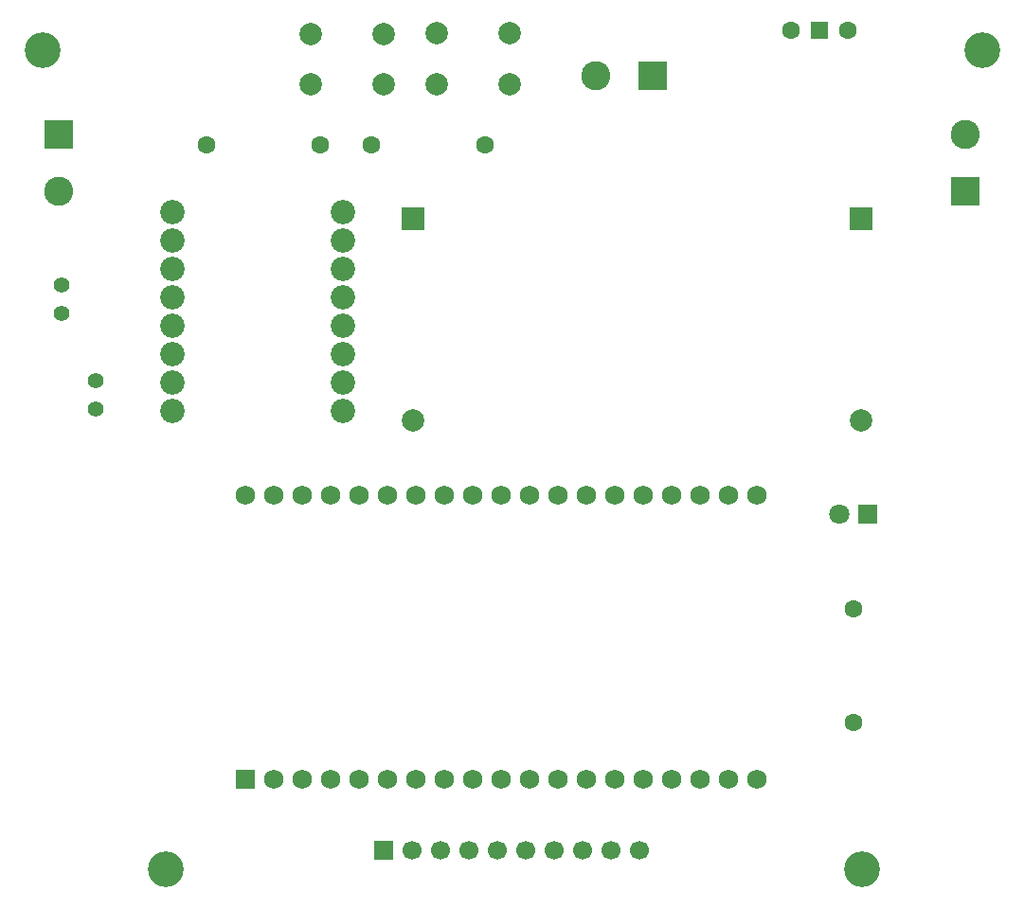
<source format=gbr>
%TF.GenerationSoftware,KiCad,Pcbnew,9.0.7*%
%TF.CreationDate,2026-02-14T18:41:00+05:30*%
%TF.ProjectId,Line_Follower,4c696e65-5f46-46f6-9c6c-6f7765722e6b,v1.0*%
%TF.SameCoordinates,Original*%
%TF.FileFunction,Soldermask,Bot*%
%TF.FilePolarity,Negative*%
%FSLAX46Y46*%
G04 Gerber Fmt 4.6, Leading zero omitted, Abs format (unit mm)*
G04 Created by KiCad (PCBNEW 9.0.7) date 2026-02-14 18:41:00*
%MOMM*%
%LPD*%
G01*
G04 APERTURE LIST*
G04 Aperture macros list*
%AMRoundRect*
0 Rectangle with rounded corners*
0 $1 Rounding radius*
0 $2 $3 $4 $5 $6 $7 $8 $9 X,Y pos of 4 corners*
0 Add a 4 corners polygon primitive as box body*
4,1,4,$2,$3,$4,$5,$6,$7,$8,$9,$2,$3,0*
0 Add four circle primitives for the rounded corners*
1,1,$1+$1,$2,$3*
1,1,$1+$1,$4,$5*
1,1,$1+$1,$6,$7*
1,1,$1+$1,$8,$9*
0 Add four rect primitives between the rounded corners*
20,1,$1+$1,$2,$3,$4,$5,0*
20,1,$1+$1,$4,$5,$6,$7,0*
20,1,$1+$1,$6,$7,$8,$9,0*
20,1,$1+$1,$8,$9,$2,$3,0*%
G04 Aperture macros list end*
%ADD10C,3.200000*%
%ADD11C,1.600000*%
%ADD12R,1.500000X1.500000*%
%ADD13RoundRect,0.102000X1.200000X-1.200000X1.200000X1.200000X-1.200000X1.200000X-1.200000X-1.200000X0*%
%ADD14C,2.604000*%
%ADD15R,1.800000X1.800000*%
%ADD16C,1.800000*%
%ADD17RoundRect,0.102000X-1.200000X1.200000X-1.200000X-1.200000X1.200000X-1.200000X1.200000X1.200000X0*%
%ADD18R,2.000000X2.000000*%
%ADD19C,2.000000*%
%ADD20RoundRect,0.102000X0.765000X-0.765000X0.765000X0.765000X-0.765000X0.765000X-0.765000X-0.765000X0*%
%ADD21C,1.734000*%
%ADD22C,1.414000*%
%ADD23R,1.700000X1.700000*%
%ADD24C,1.700000*%
%ADD25C,2.184000*%
%ADD26RoundRect,0.102000X1.200000X1.200000X-1.200000X1.200000X-1.200000X-1.200000X1.200000X-1.200000X0*%
G04 APERTURE END LIST*
D10*
%TO.C,H1*%
X104250000Y-35750000D03*
%TD*%
%TO.C,H2*%
X188250000Y-35750000D03*
%TD*%
%TO.C,H3*%
X115250000Y-109000000D03*
%TD*%
%TO.C,H4*%
X177500000Y-109000000D03*
%TD*%
D11*
%TO.C,R14*%
X118920000Y-44250000D03*
X129080000Y-44250000D03*
%TD*%
D12*
%TO.C,SW1*%
X173710000Y-34000000D03*
D11*
X171170000Y-34000000D03*
X176250000Y-34000000D03*
%TD*%
D13*
%TO.C,J10*%
X186762500Y-48330000D03*
D14*
X186762500Y-43250000D03*
%TD*%
D15*
%TO.C,D2*%
X178000000Y-77250000D03*
D16*
X175460000Y-77250000D03*
%TD*%
D17*
%TO.C,J9*%
X105750000Y-43250000D03*
D14*
X105750000Y-48330000D03*
%TD*%
D18*
%TO.C,U2*%
X137411600Y-50840200D03*
D19*
X137411600Y-68840200D03*
X177411600Y-68840200D03*
D18*
X177411600Y-50840200D03*
%TD*%
D20*
%TO.C,U1*%
X122400000Y-100900000D03*
D21*
X124940000Y-100900000D03*
X127480000Y-100900000D03*
X130020000Y-100900000D03*
X132560000Y-100900000D03*
X135100000Y-100900000D03*
X137640000Y-100900000D03*
X140180000Y-100900000D03*
X142720000Y-100900000D03*
X145260000Y-100900000D03*
X147800000Y-100900000D03*
X150340000Y-100900000D03*
X152880000Y-100900000D03*
X155420000Y-100900000D03*
X157960000Y-100900000D03*
X160500000Y-100900000D03*
X163040000Y-100900000D03*
X165580000Y-100900000D03*
X168120000Y-100900000D03*
X168120000Y-75500000D03*
X165580000Y-75500000D03*
X163040000Y-75500000D03*
X160500000Y-75500000D03*
X157960000Y-75500000D03*
X155420000Y-75500000D03*
X152880000Y-75500000D03*
X150340000Y-75500000D03*
X147800000Y-75500000D03*
X145260000Y-75500000D03*
X142720000Y-75500000D03*
X140180000Y-75500000D03*
X137640000Y-75500000D03*
X135100000Y-75500000D03*
X132560000Y-75500000D03*
X130020000Y-75500000D03*
X127480000Y-75500000D03*
X124940000Y-75500000D03*
X122400000Y-75500000D03*
%TD*%
D11*
%TO.C,R13*%
X133670000Y-44250000D03*
X143830000Y-44250000D03*
%TD*%
D22*
%TO.C,C8*%
X109000000Y-67790000D03*
X109000000Y-65250000D03*
%TD*%
D23*
%TO.C,J11*%
X134760000Y-107250000D03*
D24*
X137300000Y-107250000D03*
X139840000Y-107250000D03*
X142380000Y-107250000D03*
X144920000Y-107250000D03*
X147460000Y-107250000D03*
X150000000Y-107250000D03*
X152540000Y-107250000D03*
X155080000Y-107250000D03*
X157620000Y-107250000D03*
%TD*%
D19*
%TO.C,SW3*%
X128250000Y-34262500D03*
X134750000Y-34262500D03*
X128250000Y-38762500D03*
X134750000Y-38762500D03*
%TD*%
D25*
%TO.C,U3*%
X115880000Y-50210000D03*
X115880000Y-52750000D03*
X115880000Y-55290000D03*
X115880000Y-57830000D03*
X115880000Y-60370000D03*
X115880000Y-62910000D03*
X115880000Y-65450000D03*
X115880000Y-67990000D03*
X131120000Y-67990000D03*
X131120000Y-65450000D03*
X131120000Y-62910000D03*
X131120000Y-60370000D03*
X131120000Y-57830000D03*
X131120000Y-55290000D03*
X131120000Y-52750000D03*
X131120000Y-50210000D03*
%TD*%
D11*
%TO.C,R2*%
X176750000Y-95830000D03*
X176750000Y-85670000D03*
%TD*%
D26*
%TO.C,J1*%
X158790000Y-37987500D03*
D14*
X153710000Y-37987500D03*
%TD*%
D19*
%TO.C,SW6*%
X139540000Y-34250000D03*
X146040000Y-34250000D03*
X139540000Y-38750000D03*
X146040000Y-38750000D03*
%TD*%
D22*
%TO.C,C5*%
X106000000Y-56710000D03*
X106000000Y-59250000D03*
%TD*%
M02*

</source>
